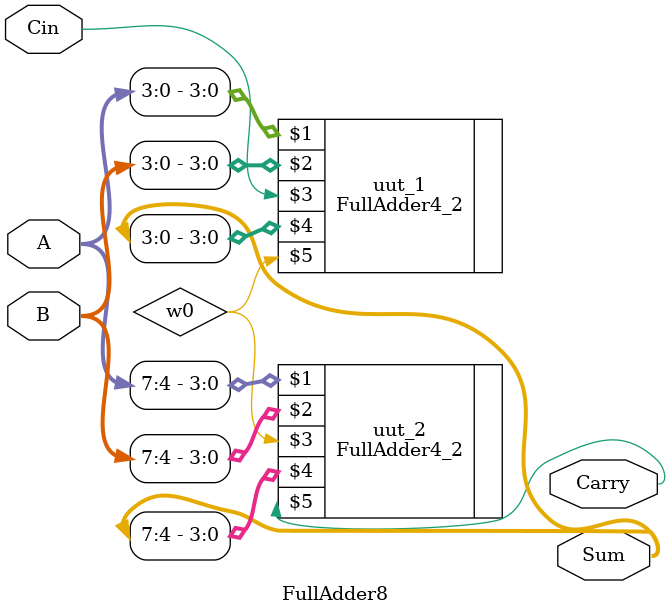
<source format=v>
`include "FullAdder4_2.v"

module FullAdder8 (A,B,Cin,Sum,Carry);
	input [7:0] A,B;
	input Cin;
	output [7:0] Sum;
	output Carry;
	wire w0;
	
	FullAdder4_2 uut_1 (A[3:0],B[3:0],Cin,Sum[3:0],w0);
	FullAdder4_2 uut_2 (A[7:4],B[7:4],w0,Sum[7:4],Carry);
endmodule

</source>
